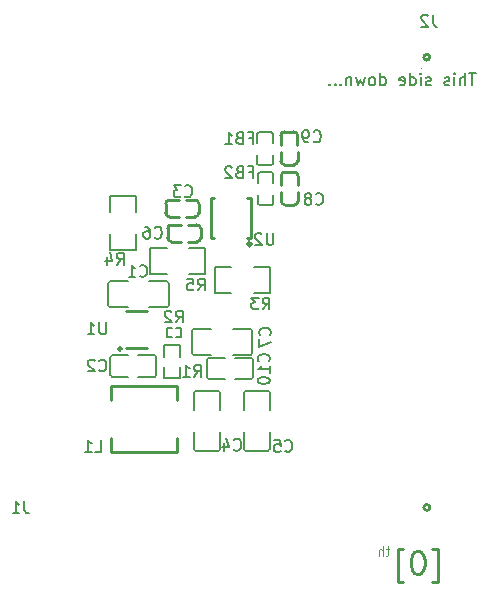
<source format=gbo>
G04 #@! TF.GenerationSoftware,KiCad,Pcbnew,7.0.5-0*
G04 #@! TF.CreationDate,2024-11-07T13:17:23-08:00*
G04 #@! TF.ProjectId,MilkVHat,4d696c6b-5648-4617-942e-6b696361645f,rev?*
G04 #@! TF.SameCoordinates,PX5f5e100PY5f5e100*
G04 #@! TF.FileFunction,Legend,Bot*
G04 #@! TF.FilePolarity,Positive*
%FSLAX46Y46*%
G04 Gerber Fmt 4.6, Leading zero omitted, Abs format (unit mm)*
G04 Created by KiCad (PCBNEW 7.0.5-0) date 2024-11-07 13:17:23*
%MOMM*%
%LPD*%
G01*
G04 APERTURE LIST*
%ADD10C,0.150000*%
%ADD11C,0.250000*%
%ADD12C,0.110000*%
%ADD13C,0.152400*%
%ADD14C,0.151994*%
%ADD15C,0.254000*%
%ADD16C,0.059995*%
%ADD17C,0.300000*%
G04 APERTURE END LIST*
D10*
X42856077Y44630181D02*
X42284649Y44630181D01*
X42570363Y43630181D02*
X42570363Y44630181D01*
X41951315Y43630181D02*
X41951315Y44630181D01*
X41522744Y43630181D02*
X41522744Y44153991D01*
X41522744Y44153991D02*
X41570363Y44249229D01*
X41570363Y44249229D02*
X41665601Y44296848D01*
X41665601Y44296848D02*
X41808458Y44296848D01*
X41808458Y44296848D02*
X41903696Y44249229D01*
X41903696Y44249229D02*
X41951315Y44201610D01*
X41046553Y43630181D02*
X41046553Y44296848D01*
X41046553Y44630181D02*
X41094172Y44582562D01*
X41094172Y44582562D02*
X41046553Y44534943D01*
X41046553Y44534943D02*
X40998934Y44582562D01*
X40998934Y44582562D02*
X41046553Y44630181D01*
X41046553Y44630181D02*
X41046553Y44534943D01*
X40617982Y43677800D02*
X40522744Y43630181D01*
X40522744Y43630181D02*
X40332268Y43630181D01*
X40332268Y43630181D02*
X40237030Y43677800D01*
X40237030Y43677800D02*
X40189411Y43773039D01*
X40189411Y43773039D02*
X40189411Y43820658D01*
X40189411Y43820658D02*
X40237030Y43915896D01*
X40237030Y43915896D02*
X40332268Y43963515D01*
X40332268Y43963515D02*
X40475125Y43963515D01*
X40475125Y43963515D02*
X40570363Y44011134D01*
X40570363Y44011134D02*
X40617982Y44106372D01*
X40617982Y44106372D02*
X40617982Y44153991D01*
X40617982Y44153991D02*
X40570363Y44249229D01*
X40570363Y44249229D02*
X40475125Y44296848D01*
X40475125Y44296848D02*
X40332268Y44296848D01*
X40332268Y44296848D02*
X40237030Y44249229D01*
X39046553Y43677800D02*
X38951315Y43630181D01*
X38951315Y43630181D02*
X38760839Y43630181D01*
X38760839Y43630181D02*
X38665601Y43677800D01*
X38665601Y43677800D02*
X38617982Y43773039D01*
X38617982Y43773039D02*
X38617982Y43820658D01*
X38617982Y43820658D02*
X38665601Y43915896D01*
X38665601Y43915896D02*
X38760839Y43963515D01*
X38760839Y43963515D02*
X38903696Y43963515D01*
X38903696Y43963515D02*
X38998934Y44011134D01*
X38998934Y44011134D02*
X39046553Y44106372D01*
X39046553Y44106372D02*
X39046553Y44153991D01*
X39046553Y44153991D02*
X38998934Y44249229D01*
X38998934Y44249229D02*
X38903696Y44296848D01*
X38903696Y44296848D02*
X38760839Y44296848D01*
X38760839Y44296848D02*
X38665601Y44249229D01*
X38189410Y43630181D02*
X38189410Y44296848D01*
X38189410Y44630181D02*
X38237029Y44582562D01*
X38237029Y44582562D02*
X38189410Y44534943D01*
X38189410Y44534943D02*
X38141791Y44582562D01*
X38141791Y44582562D02*
X38189410Y44630181D01*
X38189410Y44630181D02*
X38189410Y44534943D01*
X37284649Y43630181D02*
X37284649Y44630181D01*
X37284649Y43677800D02*
X37379887Y43630181D01*
X37379887Y43630181D02*
X37570363Y43630181D01*
X37570363Y43630181D02*
X37665601Y43677800D01*
X37665601Y43677800D02*
X37713220Y43725420D01*
X37713220Y43725420D02*
X37760839Y43820658D01*
X37760839Y43820658D02*
X37760839Y44106372D01*
X37760839Y44106372D02*
X37713220Y44201610D01*
X37713220Y44201610D02*
X37665601Y44249229D01*
X37665601Y44249229D02*
X37570363Y44296848D01*
X37570363Y44296848D02*
X37379887Y44296848D01*
X37379887Y44296848D02*
X37284649Y44249229D01*
X36427506Y43677800D02*
X36522744Y43630181D01*
X36522744Y43630181D02*
X36713220Y43630181D01*
X36713220Y43630181D02*
X36808458Y43677800D01*
X36808458Y43677800D02*
X36856077Y43773039D01*
X36856077Y43773039D02*
X36856077Y44153991D01*
X36856077Y44153991D02*
X36808458Y44249229D01*
X36808458Y44249229D02*
X36713220Y44296848D01*
X36713220Y44296848D02*
X36522744Y44296848D01*
X36522744Y44296848D02*
X36427506Y44249229D01*
X36427506Y44249229D02*
X36379887Y44153991D01*
X36379887Y44153991D02*
X36379887Y44058753D01*
X36379887Y44058753D02*
X36856077Y43963515D01*
X34760839Y43630181D02*
X34760839Y44630181D01*
X34760839Y43677800D02*
X34856077Y43630181D01*
X34856077Y43630181D02*
X35046553Y43630181D01*
X35046553Y43630181D02*
X35141791Y43677800D01*
X35141791Y43677800D02*
X35189410Y43725420D01*
X35189410Y43725420D02*
X35237029Y43820658D01*
X35237029Y43820658D02*
X35237029Y44106372D01*
X35237029Y44106372D02*
X35189410Y44201610D01*
X35189410Y44201610D02*
X35141791Y44249229D01*
X35141791Y44249229D02*
X35046553Y44296848D01*
X35046553Y44296848D02*
X34856077Y44296848D01*
X34856077Y44296848D02*
X34760839Y44249229D01*
X34141791Y43630181D02*
X34237029Y43677800D01*
X34237029Y43677800D02*
X34284648Y43725420D01*
X34284648Y43725420D02*
X34332267Y43820658D01*
X34332267Y43820658D02*
X34332267Y44106372D01*
X34332267Y44106372D02*
X34284648Y44201610D01*
X34284648Y44201610D02*
X34237029Y44249229D01*
X34237029Y44249229D02*
X34141791Y44296848D01*
X34141791Y44296848D02*
X33998934Y44296848D01*
X33998934Y44296848D02*
X33903696Y44249229D01*
X33903696Y44249229D02*
X33856077Y44201610D01*
X33856077Y44201610D02*
X33808458Y44106372D01*
X33808458Y44106372D02*
X33808458Y43820658D01*
X33808458Y43820658D02*
X33856077Y43725420D01*
X33856077Y43725420D02*
X33903696Y43677800D01*
X33903696Y43677800D02*
X33998934Y43630181D01*
X33998934Y43630181D02*
X34141791Y43630181D01*
X33475124Y44296848D02*
X33284648Y43630181D01*
X33284648Y43630181D02*
X33094172Y44106372D01*
X33094172Y44106372D02*
X32903696Y43630181D01*
X32903696Y43630181D02*
X32713220Y44296848D01*
X32332267Y44296848D02*
X32332267Y43630181D01*
X32332267Y44201610D02*
X32284648Y44249229D01*
X32284648Y44249229D02*
X32189410Y44296848D01*
X32189410Y44296848D02*
X32046553Y44296848D01*
X32046553Y44296848D02*
X31951315Y44249229D01*
X31951315Y44249229D02*
X31903696Y44153991D01*
X31903696Y44153991D02*
X31903696Y43630181D01*
X31427505Y43725420D02*
X31379886Y43677800D01*
X31379886Y43677800D02*
X31427505Y43630181D01*
X31427505Y43630181D02*
X31475124Y43677800D01*
X31475124Y43677800D02*
X31427505Y43725420D01*
X31427505Y43725420D02*
X31427505Y43630181D01*
X30951315Y43725420D02*
X30903696Y43677800D01*
X30903696Y43677800D02*
X30951315Y43630181D01*
X30951315Y43630181D02*
X30998934Y43677800D01*
X30998934Y43677800D02*
X30951315Y43725420D01*
X30951315Y43725420D02*
X30951315Y43630181D01*
X30475125Y43725420D02*
X30427506Y43677800D01*
X30427506Y43677800D02*
X30475125Y43630181D01*
X30475125Y43630181D02*
X30522744Y43677800D01*
X30522744Y43677800D02*
X30475125Y43725420D01*
X30475125Y43725420D02*
X30475125Y43630181D01*
D11*
X39183859Y1541096D02*
X39660050Y1541096D01*
X39660050Y1541096D02*
X39660050Y4398239D01*
X39660050Y4398239D02*
X39183859Y4398239D01*
X38041003Y4207762D02*
X37850526Y4207762D01*
X37850526Y4207762D02*
X37660050Y4112524D01*
X37660050Y4112524D02*
X37564812Y4017286D01*
X37564812Y4017286D02*
X37469574Y3826810D01*
X37469574Y3826810D02*
X37374336Y3445858D01*
X37374336Y3445858D02*
X37374336Y2969667D01*
X37374336Y2969667D02*
X37469574Y2588715D01*
X37469574Y2588715D02*
X37564812Y2398239D01*
X37564812Y2398239D02*
X37660050Y2303000D01*
X37660050Y2303000D02*
X37850526Y2207762D01*
X37850526Y2207762D02*
X38041003Y2207762D01*
X38041003Y2207762D02*
X38231479Y2303000D01*
X38231479Y2303000D02*
X38326717Y2398239D01*
X38326717Y2398239D02*
X38421955Y2588715D01*
X38421955Y2588715D02*
X38517193Y2969667D01*
X38517193Y2969667D02*
X38517193Y3445858D01*
X38517193Y3445858D02*
X38421955Y3826810D01*
X38421955Y3826810D02*
X38326717Y4017286D01*
X38326717Y4017286D02*
X38231479Y4112524D01*
X38231479Y4112524D02*
X38041003Y4207762D01*
X36707669Y1541096D02*
X36231479Y1541096D01*
X36231479Y1541096D02*
X36231479Y4398239D01*
X36231479Y4398239D02*
X36707669Y4398239D01*
D12*
X35547393Y4336959D02*
X35242631Y4336959D01*
X35433107Y4603625D02*
X35433107Y3917911D01*
X35433107Y3917911D02*
X35395012Y3841720D01*
X35395012Y3841720D02*
X35318822Y3803625D01*
X35318822Y3803625D02*
X35242631Y3803625D01*
X34975964Y3803625D02*
X34975964Y4603625D01*
X34633107Y3803625D02*
X34633107Y4222673D01*
X34633107Y4222673D02*
X34671202Y4298863D01*
X34671202Y4298863D02*
X34747393Y4336959D01*
X34747393Y4336959D02*
X34861679Y4336959D01*
X34861679Y4336959D02*
X34937869Y4298863D01*
X34937869Y4298863D02*
X34975964Y4260768D01*
D10*
X23683333Y39168990D02*
X24016666Y39168990D01*
X24016666Y38645180D02*
X24016666Y39645180D01*
X24016666Y39645180D02*
X23540476Y39645180D01*
X22826190Y39168990D02*
X22683333Y39121371D01*
X22683333Y39121371D02*
X22635714Y39073752D01*
X22635714Y39073752D02*
X22588095Y38978514D01*
X22588095Y38978514D02*
X22588095Y38835657D01*
X22588095Y38835657D02*
X22635714Y38740419D01*
X22635714Y38740419D02*
X22683333Y38692799D01*
X22683333Y38692799D02*
X22778571Y38645180D01*
X22778571Y38645180D02*
X23159523Y38645180D01*
X23159523Y38645180D02*
X23159523Y39645180D01*
X23159523Y39645180D02*
X22826190Y39645180D01*
X22826190Y39645180D02*
X22730952Y39597561D01*
X22730952Y39597561D02*
X22683333Y39549942D01*
X22683333Y39549942D02*
X22635714Y39454704D01*
X22635714Y39454704D02*
X22635714Y39359466D01*
X22635714Y39359466D02*
X22683333Y39264228D01*
X22683333Y39264228D02*
X22730952Y39216609D01*
X22730952Y39216609D02*
X22826190Y39168990D01*
X22826190Y39168990D02*
X23159523Y39168990D01*
X21635714Y38645180D02*
X22207142Y38645180D01*
X21921428Y38645180D02*
X21921428Y39645180D01*
X21921428Y39645180D02*
X22016666Y39502323D01*
X22016666Y39502323D02*
X22111904Y39407085D01*
X22111904Y39407085D02*
X22207142Y39359466D01*
X18216666Y34240419D02*
X18264285Y34192799D01*
X18264285Y34192799D02*
X18407142Y34145180D01*
X18407142Y34145180D02*
X18502380Y34145180D01*
X18502380Y34145180D02*
X18645237Y34192799D01*
X18645237Y34192799D02*
X18740475Y34288038D01*
X18740475Y34288038D02*
X18788094Y34383276D01*
X18788094Y34383276D02*
X18835713Y34573752D01*
X18835713Y34573752D02*
X18835713Y34716609D01*
X18835713Y34716609D02*
X18788094Y34907085D01*
X18788094Y34907085D02*
X18740475Y35002323D01*
X18740475Y35002323D02*
X18645237Y35097561D01*
X18645237Y35097561D02*
X18502380Y35145180D01*
X18502380Y35145180D02*
X18407142Y35145180D01*
X18407142Y35145180D02*
X18264285Y35097561D01*
X18264285Y35097561D02*
X18216666Y35049942D01*
X17883332Y35145180D02*
X17264285Y35145180D01*
X17264285Y35145180D02*
X17597618Y34764228D01*
X17597618Y34764228D02*
X17454761Y34764228D01*
X17454761Y34764228D02*
X17359523Y34716609D01*
X17359523Y34716609D02*
X17311904Y34668990D01*
X17311904Y34668990D02*
X17264285Y34573752D01*
X17264285Y34573752D02*
X17264285Y34335657D01*
X17264285Y34335657D02*
X17311904Y34240419D01*
X17311904Y34240419D02*
X17359523Y34192799D01*
X17359523Y34192799D02*
X17454761Y34145180D01*
X17454761Y34145180D02*
X17740475Y34145180D01*
X17740475Y34145180D02*
X17835713Y34192799D01*
X17835713Y34192799D02*
X17883332Y34240419D01*
X24816666Y24645180D02*
X25149999Y25121371D01*
X25388094Y24645180D02*
X25388094Y25645180D01*
X25388094Y25645180D02*
X25007142Y25645180D01*
X25007142Y25645180D02*
X24911904Y25597561D01*
X24911904Y25597561D02*
X24864285Y25549942D01*
X24864285Y25549942D02*
X24816666Y25454704D01*
X24816666Y25454704D02*
X24816666Y25311847D01*
X24816666Y25311847D02*
X24864285Y25216609D01*
X24864285Y25216609D02*
X24911904Y25168990D01*
X24911904Y25168990D02*
X25007142Y25121371D01*
X25007142Y25121371D02*
X25388094Y25121371D01*
X24483332Y25645180D02*
X23864285Y25645180D01*
X23864285Y25645180D02*
X24197618Y25264228D01*
X24197618Y25264228D02*
X24054761Y25264228D01*
X24054761Y25264228D02*
X23959523Y25216609D01*
X23959523Y25216609D02*
X23911904Y25168990D01*
X23911904Y25168990D02*
X23864285Y25073752D01*
X23864285Y25073752D02*
X23864285Y24835657D01*
X23864285Y24835657D02*
X23911904Y24740419D01*
X23911904Y24740419D02*
X23959523Y24692799D01*
X23959523Y24692799D02*
X24054761Y24645180D01*
X24054761Y24645180D02*
X24340475Y24645180D01*
X24340475Y24645180D02*
X24435713Y24692799D01*
X24435713Y24692799D02*
X24483332Y24740419D01*
X19016666Y18945181D02*
X19349999Y19421372D01*
X19588094Y18945181D02*
X19588094Y19945181D01*
X19588094Y19945181D02*
X19207142Y19945181D01*
X19207142Y19945181D02*
X19111904Y19897562D01*
X19111904Y19897562D02*
X19064285Y19849943D01*
X19064285Y19849943D02*
X19016666Y19754705D01*
X19016666Y19754705D02*
X19016666Y19611848D01*
X19016666Y19611848D02*
X19064285Y19516610D01*
X19064285Y19516610D02*
X19111904Y19468991D01*
X19111904Y19468991D02*
X19207142Y19421372D01*
X19207142Y19421372D02*
X19588094Y19421372D01*
X18064285Y18945181D02*
X18635713Y18945181D01*
X18349999Y18945181D02*
X18349999Y19945181D01*
X18349999Y19945181D02*
X18445237Y19802324D01*
X18445237Y19802324D02*
X18540475Y19707086D01*
X18540475Y19707086D02*
X18635713Y19659467D01*
X26716666Y12690420D02*
X26764285Y12642800D01*
X26764285Y12642800D02*
X26907142Y12595181D01*
X26907142Y12595181D02*
X27002380Y12595181D01*
X27002380Y12595181D02*
X27145237Y12642800D01*
X27145237Y12642800D02*
X27240475Y12738039D01*
X27240475Y12738039D02*
X27288094Y12833277D01*
X27288094Y12833277D02*
X27335713Y13023753D01*
X27335713Y13023753D02*
X27335713Y13166610D01*
X27335713Y13166610D02*
X27288094Y13357086D01*
X27288094Y13357086D02*
X27240475Y13452324D01*
X27240475Y13452324D02*
X27145237Y13547562D01*
X27145237Y13547562D02*
X27002380Y13595181D01*
X27002380Y13595181D02*
X26907142Y13595181D01*
X26907142Y13595181D02*
X26764285Y13547562D01*
X26764285Y13547562D02*
X26716666Y13499943D01*
X25811904Y13595181D02*
X26288094Y13595181D01*
X26288094Y13595181D02*
X26335713Y13118991D01*
X26335713Y13118991D02*
X26288094Y13166610D01*
X26288094Y13166610D02*
X26192856Y13214229D01*
X26192856Y13214229D02*
X25954761Y13214229D01*
X25954761Y13214229D02*
X25859523Y13166610D01*
X25859523Y13166610D02*
X25811904Y13118991D01*
X25811904Y13118991D02*
X25764285Y13023753D01*
X25764285Y13023753D02*
X25764285Y12785658D01*
X25764285Y12785658D02*
X25811904Y12690420D01*
X25811904Y12690420D02*
X25859523Y12642800D01*
X25859523Y12642800D02*
X25954761Y12595181D01*
X25954761Y12595181D02*
X26192856Y12595181D01*
X26192856Y12595181D02*
X26288094Y12642800D01*
X26288094Y12642800D02*
X26335713Y12690420D01*
X10966666Y19490419D02*
X11014285Y19442799D01*
X11014285Y19442799D02*
X11157142Y19395180D01*
X11157142Y19395180D02*
X11252380Y19395180D01*
X11252380Y19395180D02*
X11395237Y19442799D01*
X11395237Y19442799D02*
X11490475Y19538038D01*
X11490475Y19538038D02*
X11538094Y19633276D01*
X11538094Y19633276D02*
X11585713Y19823752D01*
X11585713Y19823752D02*
X11585713Y19966609D01*
X11585713Y19966609D02*
X11538094Y20157085D01*
X11538094Y20157085D02*
X11490475Y20252323D01*
X11490475Y20252323D02*
X11395237Y20347561D01*
X11395237Y20347561D02*
X11252380Y20395180D01*
X11252380Y20395180D02*
X11157142Y20395180D01*
X11157142Y20395180D02*
X11014285Y20347561D01*
X11014285Y20347561D02*
X10966666Y20299942D01*
X10585713Y20299942D02*
X10538094Y20347561D01*
X10538094Y20347561D02*
X10442856Y20395180D01*
X10442856Y20395180D02*
X10204761Y20395180D01*
X10204761Y20395180D02*
X10109523Y20347561D01*
X10109523Y20347561D02*
X10061904Y20299942D01*
X10061904Y20299942D02*
X10014285Y20204704D01*
X10014285Y20204704D02*
X10014285Y20109466D01*
X10014285Y20109466D02*
X10061904Y19966609D01*
X10061904Y19966609D02*
X10633332Y19395180D01*
X10633332Y19395180D02*
X10014285Y19395180D01*
X10616666Y12595180D02*
X11092856Y12595180D01*
X11092856Y12595180D02*
X11092856Y13595180D01*
X9759523Y12595180D02*
X10330951Y12595180D01*
X10045237Y12595180D02*
X10045237Y13595180D01*
X10045237Y13595180D02*
X10140475Y13452323D01*
X10140475Y13452323D02*
X10235713Y13357085D01*
X10235713Y13357085D02*
X10330951Y13309466D01*
X25309580Y20242858D02*
X25357200Y20290477D01*
X25357200Y20290477D02*
X25404819Y20433334D01*
X25404819Y20433334D02*
X25404819Y20528572D01*
X25404819Y20528572D02*
X25357200Y20671429D01*
X25357200Y20671429D02*
X25261961Y20766667D01*
X25261961Y20766667D02*
X25166723Y20814286D01*
X25166723Y20814286D02*
X24976247Y20861905D01*
X24976247Y20861905D02*
X24833390Y20861905D01*
X24833390Y20861905D02*
X24642914Y20814286D01*
X24642914Y20814286D02*
X24547676Y20766667D01*
X24547676Y20766667D02*
X24452438Y20671429D01*
X24452438Y20671429D02*
X24404819Y20528572D01*
X24404819Y20528572D02*
X24404819Y20433334D01*
X24404819Y20433334D02*
X24452438Y20290477D01*
X24452438Y20290477D02*
X24500057Y20242858D01*
X25404819Y19290477D02*
X25404819Y19861905D01*
X25404819Y19576191D02*
X24404819Y19576191D01*
X24404819Y19576191D02*
X24547676Y19671429D01*
X24547676Y19671429D02*
X24642914Y19766667D01*
X24642914Y19766667D02*
X24690533Y19861905D01*
X24404819Y18671429D02*
X24404819Y18576191D01*
X24404819Y18576191D02*
X24452438Y18480953D01*
X24452438Y18480953D02*
X24500057Y18433334D01*
X24500057Y18433334D02*
X24595295Y18385715D01*
X24595295Y18385715D02*
X24785771Y18338096D01*
X24785771Y18338096D02*
X25023866Y18338096D01*
X25023866Y18338096D02*
X25214342Y18385715D01*
X25214342Y18385715D02*
X25309580Y18433334D01*
X25309580Y18433334D02*
X25357200Y18480953D01*
X25357200Y18480953D02*
X25404819Y18576191D01*
X25404819Y18576191D02*
X25404819Y18671429D01*
X25404819Y18671429D02*
X25357200Y18766667D01*
X25357200Y18766667D02*
X25309580Y18814286D01*
X25309580Y18814286D02*
X25214342Y18861905D01*
X25214342Y18861905D02*
X25023866Y18909524D01*
X25023866Y18909524D02*
X24785771Y18909524D01*
X24785771Y18909524D02*
X24595295Y18861905D01*
X24595295Y18861905D02*
X24500057Y18814286D01*
X24500057Y18814286D02*
X24452438Y18766667D01*
X24452438Y18766667D02*
X24404819Y18671429D01*
X11561904Y23545180D02*
X11561904Y22735657D01*
X11561904Y22735657D02*
X11514285Y22640419D01*
X11514285Y22640419D02*
X11466666Y22592799D01*
X11466666Y22592799D02*
X11371428Y22545180D01*
X11371428Y22545180D02*
X11180952Y22545180D01*
X11180952Y22545180D02*
X11085714Y22592799D01*
X11085714Y22592799D02*
X11038095Y22640419D01*
X11038095Y22640419D02*
X10990476Y22735657D01*
X10990476Y22735657D02*
X10990476Y23545180D01*
X9990476Y22545180D02*
X10561904Y22545180D01*
X10276190Y22545180D02*
X10276190Y23545180D01*
X10276190Y23545180D02*
X10371428Y23402323D01*
X10371428Y23402323D02*
X10466666Y23307085D01*
X10466666Y23307085D02*
X10561904Y23259466D01*
X25711904Y31095180D02*
X25711904Y30285657D01*
X25711904Y30285657D02*
X25664285Y30190419D01*
X25664285Y30190419D02*
X25616666Y30142799D01*
X25616666Y30142799D02*
X25521428Y30095180D01*
X25521428Y30095180D02*
X25330952Y30095180D01*
X25330952Y30095180D02*
X25235714Y30142799D01*
X25235714Y30142799D02*
X25188095Y30190419D01*
X25188095Y30190419D02*
X25140476Y30285657D01*
X25140476Y30285657D02*
X25140476Y31095180D01*
X24711904Y30999942D02*
X24664285Y31047561D01*
X24664285Y31047561D02*
X24569047Y31095180D01*
X24569047Y31095180D02*
X24330952Y31095180D01*
X24330952Y31095180D02*
X24235714Y31047561D01*
X24235714Y31047561D02*
X24188095Y30999942D01*
X24188095Y30999942D02*
X24140476Y30904704D01*
X24140476Y30904704D02*
X24140476Y30809466D01*
X24140476Y30809466D02*
X24188095Y30666609D01*
X24188095Y30666609D02*
X24759523Y30095180D01*
X24759523Y30095180D02*
X24140476Y30095180D01*
X39233333Y49595181D02*
X39233333Y48880896D01*
X39233333Y48880896D02*
X39280952Y48738039D01*
X39280952Y48738039D02*
X39376190Y48642800D01*
X39376190Y48642800D02*
X39519047Y48595181D01*
X39519047Y48595181D02*
X39614285Y48595181D01*
X38804761Y49499943D02*
X38757142Y49547562D01*
X38757142Y49547562D02*
X38661904Y49595181D01*
X38661904Y49595181D02*
X38423809Y49595181D01*
X38423809Y49595181D02*
X38328571Y49547562D01*
X38328571Y49547562D02*
X38280952Y49499943D01*
X38280952Y49499943D02*
X38233333Y49404705D01*
X38233333Y49404705D02*
X38233333Y49309467D01*
X38233333Y49309467D02*
X38280952Y49166610D01*
X38280952Y49166610D02*
X38852380Y48595181D01*
X38852380Y48595181D02*
X38233333Y48595181D01*
X23683333Y36268990D02*
X24016666Y36268990D01*
X24016666Y35745180D02*
X24016666Y36745180D01*
X24016666Y36745180D02*
X23540476Y36745180D01*
X22826190Y36268990D02*
X22683333Y36221371D01*
X22683333Y36221371D02*
X22635714Y36173752D01*
X22635714Y36173752D02*
X22588095Y36078514D01*
X22588095Y36078514D02*
X22588095Y35935657D01*
X22588095Y35935657D02*
X22635714Y35840419D01*
X22635714Y35840419D02*
X22683333Y35792799D01*
X22683333Y35792799D02*
X22778571Y35745180D01*
X22778571Y35745180D02*
X23159523Y35745180D01*
X23159523Y35745180D02*
X23159523Y36745180D01*
X23159523Y36745180D02*
X22826190Y36745180D01*
X22826190Y36745180D02*
X22730952Y36697561D01*
X22730952Y36697561D02*
X22683333Y36649942D01*
X22683333Y36649942D02*
X22635714Y36554704D01*
X22635714Y36554704D02*
X22635714Y36459466D01*
X22635714Y36459466D02*
X22683333Y36364228D01*
X22683333Y36364228D02*
X22730952Y36316609D01*
X22730952Y36316609D02*
X22826190Y36268990D01*
X22826190Y36268990D02*
X23159523Y36268990D01*
X22207142Y36649942D02*
X22159523Y36697561D01*
X22159523Y36697561D02*
X22064285Y36745180D01*
X22064285Y36745180D02*
X21826190Y36745180D01*
X21826190Y36745180D02*
X21730952Y36697561D01*
X21730952Y36697561D02*
X21683333Y36649942D01*
X21683333Y36649942D02*
X21635714Y36554704D01*
X21635714Y36554704D02*
X21635714Y36459466D01*
X21635714Y36459466D02*
X21683333Y36316609D01*
X21683333Y36316609D02*
X22254761Y35745180D01*
X22254761Y35745180D02*
X21635714Y35745180D01*
X29116666Y38890420D02*
X29164285Y38842800D01*
X29164285Y38842800D02*
X29307142Y38795181D01*
X29307142Y38795181D02*
X29402380Y38795181D01*
X29402380Y38795181D02*
X29545237Y38842800D01*
X29545237Y38842800D02*
X29640475Y38938039D01*
X29640475Y38938039D02*
X29688094Y39033277D01*
X29688094Y39033277D02*
X29735713Y39223753D01*
X29735713Y39223753D02*
X29735713Y39366610D01*
X29735713Y39366610D02*
X29688094Y39557086D01*
X29688094Y39557086D02*
X29640475Y39652324D01*
X29640475Y39652324D02*
X29545237Y39747562D01*
X29545237Y39747562D02*
X29402380Y39795181D01*
X29402380Y39795181D02*
X29307142Y39795181D01*
X29307142Y39795181D02*
X29164285Y39747562D01*
X29164285Y39747562D02*
X29116666Y39699943D01*
X28640475Y38795181D02*
X28449999Y38795181D01*
X28449999Y38795181D02*
X28354761Y38842800D01*
X28354761Y38842800D02*
X28307142Y38890420D01*
X28307142Y38890420D02*
X28211904Y39033277D01*
X28211904Y39033277D02*
X28164285Y39223753D01*
X28164285Y39223753D02*
X28164285Y39604705D01*
X28164285Y39604705D02*
X28211904Y39699943D01*
X28211904Y39699943D02*
X28259523Y39747562D01*
X28259523Y39747562D02*
X28354761Y39795181D01*
X28354761Y39795181D02*
X28545237Y39795181D01*
X28545237Y39795181D02*
X28640475Y39747562D01*
X28640475Y39747562D02*
X28688094Y39699943D01*
X28688094Y39699943D02*
X28735713Y39604705D01*
X28735713Y39604705D02*
X28735713Y39366610D01*
X28735713Y39366610D02*
X28688094Y39271372D01*
X28688094Y39271372D02*
X28640475Y39223753D01*
X28640475Y39223753D02*
X28545237Y39176134D01*
X28545237Y39176134D02*
X28354761Y39176134D01*
X28354761Y39176134D02*
X28259523Y39223753D01*
X28259523Y39223753D02*
X28211904Y39271372D01*
X28211904Y39271372D02*
X28164285Y39366610D01*
X25409580Y22466667D02*
X25457200Y22514286D01*
X25457200Y22514286D02*
X25504819Y22657143D01*
X25504819Y22657143D02*
X25504819Y22752381D01*
X25504819Y22752381D02*
X25457200Y22895238D01*
X25457200Y22895238D02*
X25361961Y22990476D01*
X25361961Y22990476D02*
X25266723Y23038095D01*
X25266723Y23038095D02*
X25076247Y23085714D01*
X25076247Y23085714D02*
X24933390Y23085714D01*
X24933390Y23085714D02*
X24742914Y23038095D01*
X24742914Y23038095D02*
X24647676Y22990476D01*
X24647676Y22990476D02*
X24552438Y22895238D01*
X24552438Y22895238D02*
X24504819Y22752381D01*
X24504819Y22752381D02*
X24504819Y22657143D01*
X24504819Y22657143D02*
X24552438Y22514286D01*
X24552438Y22514286D02*
X24600057Y22466667D01*
X24504819Y22133333D02*
X24504819Y21466667D01*
X24504819Y21466667D02*
X25504819Y21895238D01*
X22366666Y12790420D02*
X22414285Y12742800D01*
X22414285Y12742800D02*
X22557142Y12695181D01*
X22557142Y12695181D02*
X22652380Y12695181D01*
X22652380Y12695181D02*
X22795237Y12742800D01*
X22795237Y12742800D02*
X22890475Y12838039D01*
X22890475Y12838039D02*
X22938094Y12933277D01*
X22938094Y12933277D02*
X22985713Y13123753D01*
X22985713Y13123753D02*
X22985713Y13266610D01*
X22985713Y13266610D02*
X22938094Y13457086D01*
X22938094Y13457086D02*
X22890475Y13552324D01*
X22890475Y13552324D02*
X22795237Y13647562D01*
X22795237Y13647562D02*
X22652380Y13695181D01*
X22652380Y13695181D02*
X22557142Y13695181D01*
X22557142Y13695181D02*
X22414285Y13647562D01*
X22414285Y13647562D02*
X22366666Y13599943D01*
X21509523Y13361848D02*
X21509523Y12695181D01*
X21747618Y13742800D02*
X21985713Y13028515D01*
X21985713Y13028515D02*
X21366666Y13028515D01*
X12466666Y28445180D02*
X12799999Y28921371D01*
X13038094Y28445180D02*
X13038094Y29445180D01*
X13038094Y29445180D02*
X12657142Y29445180D01*
X12657142Y29445180D02*
X12561904Y29397561D01*
X12561904Y29397561D02*
X12514285Y29349942D01*
X12514285Y29349942D02*
X12466666Y29254704D01*
X12466666Y29254704D02*
X12466666Y29111847D01*
X12466666Y29111847D02*
X12514285Y29016609D01*
X12514285Y29016609D02*
X12561904Y28968990D01*
X12561904Y28968990D02*
X12657142Y28921371D01*
X12657142Y28921371D02*
X13038094Y28921371D01*
X11609523Y29111847D02*
X11609523Y28445180D01*
X11847618Y29492799D02*
X12085713Y28778514D01*
X12085713Y28778514D02*
X11466666Y28778514D01*
X17466666Y23545180D02*
X17799999Y24021371D01*
X18038094Y23545180D02*
X18038094Y24545180D01*
X18038094Y24545180D02*
X17657142Y24545180D01*
X17657142Y24545180D02*
X17561904Y24497561D01*
X17561904Y24497561D02*
X17514285Y24449942D01*
X17514285Y24449942D02*
X17466666Y24354704D01*
X17466666Y24354704D02*
X17466666Y24211847D01*
X17466666Y24211847D02*
X17514285Y24116609D01*
X17514285Y24116609D02*
X17561904Y24068990D01*
X17561904Y24068990D02*
X17657142Y24021371D01*
X17657142Y24021371D02*
X18038094Y24021371D01*
X17085713Y24449942D02*
X17038094Y24497561D01*
X17038094Y24497561D02*
X16942856Y24545180D01*
X16942856Y24545180D02*
X16704761Y24545180D01*
X16704761Y24545180D02*
X16609523Y24497561D01*
X16609523Y24497561D02*
X16561904Y24449942D01*
X16561904Y24449942D02*
X16514285Y24354704D01*
X16514285Y24354704D02*
X16514285Y24259466D01*
X16514285Y24259466D02*
X16561904Y24116609D01*
X16561904Y24116609D02*
X17133332Y23545180D01*
X17133332Y23545180D02*
X16514285Y23545180D01*
X19316666Y26245180D02*
X19649999Y26721371D01*
X19888094Y26245180D02*
X19888094Y27245180D01*
X19888094Y27245180D02*
X19507142Y27245180D01*
X19507142Y27245180D02*
X19411904Y27197561D01*
X19411904Y27197561D02*
X19364285Y27149942D01*
X19364285Y27149942D02*
X19316666Y27054704D01*
X19316666Y27054704D02*
X19316666Y26911847D01*
X19316666Y26911847D02*
X19364285Y26816609D01*
X19364285Y26816609D02*
X19411904Y26768990D01*
X19411904Y26768990D02*
X19507142Y26721371D01*
X19507142Y26721371D02*
X19888094Y26721371D01*
X18411904Y27245180D02*
X18888094Y27245180D01*
X18888094Y27245180D02*
X18935713Y26768990D01*
X18935713Y26768990D02*
X18888094Y26816609D01*
X18888094Y26816609D02*
X18792856Y26864228D01*
X18792856Y26864228D02*
X18554761Y26864228D01*
X18554761Y26864228D02*
X18459523Y26816609D01*
X18459523Y26816609D02*
X18411904Y26768990D01*
X18411904Y26768990D02*
X18364285Y26673752D01*
X18364285Y26673752D02*
X18364285Y26435657D01*
X18364285Y26435657D02*
X18411904Y26340419D01*
X18411904Y26340419D02*
X18459523Y26292799D01*
X18459523Y26292799D02*
X18554761Y26245180D01*
X18554761Y26245180D02*
X18792856Y26245180D01*
X18792856Y26245180D02*
X18888094Y26292799D01*
X18888094Y26292799D02*
X18935713Y26340419D01*
X15666666Y30740419D02*
X15714285Y30692799D01*
X15714285Y30692799D02*
X15857142Y30645180D01*
X15857142Y30645180D02*
X15952380Y30645180D01*
X15952380Y30645180D02*
X16095237Y30692799D01*
X16095237Y30692799D02*
X16190475Y30788038D01*
X16190475Y30788038D02*
X16238094Y30883276D01*
X16238094Y30883276D02*
X16285713Y31073752D01*
X16285713Y31073752D02*
X16285713Y31216609D01*
X16285713Y31216609D02*
X16238094Y31407085D01*
X16238094Y31407085D02*
X16190475Y31502323D01*
X16190475Y31502323D02*
X16095237Y31597561D01*
X16095237Y31597561D02*
X15952380Y31645180D01*
X15952380Y31645180D02*
X15857142Y31645180D01*
X15857142Y31645180D02*
X15714285Y31597561D01*
X15714285Y31597561D02*
X15666666Y31549942D01*
X14809523Y31645180D02*
X14999999Y31645180D01*
X14999999Y31645180D02*
X15095237Y31597561D01*
X15095237Y31597561D02*
X15142856Y31549942D01*
X15142856Y31549942D02*
X15238094Y31407085D01*
X15238094Y31407085D02*
X15285713Y31216609D01*
X15285713Y31216609D02*
X15285713Y30835657D01*
X15285713Y30835657D02*
X15238094Y30740419D01*
X15238094Y30740419D02*
X15190475Y30692799D01*
X15190475Y30692799D02*
X15095237Y30645180D01*
X15095237Y30645180D02*
X14904761Y30645180D01*
X14904761Y30645180D02*
X14809523Y30692799D01*
X14809523Y30692799D02*
X14761904Y30740419D01*
X14761904Y30740419D02*
X14714285Y30835657D01*
X14714285Y30835657D02*
X14714285Y31073752D01*
X14714285Y31073752D02*
X14761904Y31168990D01*
X14761904Y31168990D02*
X14809523Y31216609D01*
X14809523Y31216609D02*
X14904761Y31264228D01*
X14904761Y31264228D02*
X15095237Y31264228D01*
X15095237Y31264228D02*
X15190475Y31216609D01*
X15190475Y31216609D02*
X15238094Y31168990D01*
X15238094Y31168990D02*
X15285713Y31073752D01*
X4633333Y8395181D02*
X4633333Y7680896D01*
X4633333Y7680896D02*
X4680952Y7538039D01*
X4680952Y7538039D02*
X4776190Y7442800D01*
X4776190Y7442800D02*
X4919047Y7395181D01*
X4919047Y7395181D02*
X5014285Y7395181D01*
X3633333Y7395181D02*
X4204761Y7395181D01*
X3919047Y7395181D02*
X3919047Y8395181D01*
X3919047Y8395181D02*
X4014285Y8252324D01*
X4014285Y8252324D02*
X4109523Y8157086D01*
X4109523Y8157086D02*
X4204761Y8109467D01*
X14416666Y27490419D02*
X14464285Y27442799D01*
X14464285Y27442799D02*
X14607142Y27395180D01*
X14607142Y27395180D02*
X14702380Y27395180D01*
X14702380Y27395180D02*
X14845237Y27442799D01*
X14845237Y27442799D02*
X14940475Y27538038D01*
X14940475Y27538038D02*
X14988094Y27633276D01*
X14988094Y27633276D02*
X15035713Y27823752D01*
X15035713Y27823752D02*
X15035713Y27966609D01*
X15035713Y27966609D02*
X14988094Y28157085D01*
X14988094Y28157085D02*
X14940475Y28252323D01*
X14940475Y28252323D02*
X14845237Y28347561D01*
X14845237Y28347561D02*
X14702380Y28395180D01*
X14702380Y28395180D02*
X14607142Y28395180D01*
X14607142Y28395180D02*
X14464285Y28347561D01*
X14464285Y28347561D02*
X14416666Y28299942D01*
X13464285Y27395180D02*
X14035713Y27395180D01*
X13749999Y27395180D02*
X13749999Y28395180D01*
X13749999Y28395180D02*
X13845237Y28252323D01*
X13845237Y28252323D02*
X13940475Y28157085D01*
X13940475Y28157085D02*
X14035713Y28109466D01*
X29316666Y33590419D02*
X29364285Y33542799D01*
X29364285Y33542799D02*
X29507142Y33495180D01*
X29507142Y33495180D02*
X29602380Y33495180D01*
X29602380Y33495180D02*
X29745237Y33542799D01*
X29745237Y33542799D02*
X29840475Y33638038D01*
X29840475Y33638038D02*
X29888094Y33733276D01*
X29888094Y33733276D02*
X29935713Y33923752D01*
X29935713Y33923752D02*
X29935713Y34066609D01*
X29935713Y34066609D02*
X29888094Y34257085D01*
X29888094Y34257085D02*
X29840475Y34352323D01*
X29840475Y34352323D02*
X29745237Y34447561D01*
X29745237Y34447561D02*
X29602380Y34495180D01*
X29602380Y34495180D02*
X29507142Y34495180D01*
X29507142Y34495180D02*
X29364285Y34447561D01*
X29364285Y34447561D02*
X29316666Y34399942D01*
X28745237Y34066609D02*
X28840475Y34114228D01*
X28840475Y34114228D02*
X28888094Y34161847D01*
X28888094Y34161847D02*
X28935713Y34257085D01*
X28935713Y34257085D02*
X28935713Y34304704D01*
X28935713Y34304704D02*
X28888094Y34399942D01*
X28888094Y34399942D02*
X28840475Y34447561D01*
X28840475Y34447561D02*
X28745237Y34495180D01*
X28745237Y34495180D02*
X28554761Y34495180D01*
X28554761Y34495180D02*
X28459523Y34447561D01*
X28459523Y34447561D02*
X28411904Y34399942D01*
X28411904Y34399942D02*
X28364285Y34304704D01*
X28364285Y34304704D02*
X28364285Y34257085D01*
X28364285Y34257085D02*
X28411904Y34161847D01*
X28411904Y34161847D02*
X28459523Y34114228D01*
X28459523Y34114228D02*
X28554761Y34066609D01*
X28554761Y34066609D02*
X28745237Y34066609D01*
X28745237Y34066609D02*
X28840475Y34018990D01*
X28840475Y34018990D02*
X28888094Y33971371D01*
X28888094Y33971371D02*
X28935713Y33876133D01*
X28935713Y33876133D02*
X28935713Y33685657D01*
X28935713Y33685657D02*
X28888094Y33590419D01*
X28888094Y33590419D02*
X28840475Y33542799D01*
X28840475Y33542799D02*
X28745237Y33495180D01*
X28745237Y33495180D02*
X28554761Y33495180D01*
X28554761Y33495180D02*
X28459523Y33542799D01*
X28459523Y33542799D02*
X28411904Y33590419D01*
X28411904Y33590419D02*
X28364285Y33685657D01*
X28364285Y33685657D02*
X28364285Y33876133D01*
X28364285Y33876133D02*
X28411904Y33971371D01*
X28411904Y33971371D02*
X28459523Y34018990D01*
X28459523Y34018990D02*
X28554761Y34066609D01*
D13*
X25524009Y39674104D02*
X24507576Y39674104D01*
X24507576Y39674104D02*
X24355150Y39521678D01*
X25676359Y39521678D02*
X25524009Y39674104D01*
D14*
X25676359Y39521678D02*
X25676359Y38759676D01*
X24355150Y39521678D02*
X24355150Y38759676D01*
X25676359Y36991655D02*
X25676359Y37753657D01*
X24355150Y36991655D02*
X24355150Y37753657D01*
D13*
X24355150Y36991655D02*
X24507576Y36839356D01*
X25524009Y36839356D02*
X25676359Y36991655D01*
X24507576Y36839356D02*
X25524009Y36839356D01*
D15*
X16594539Y32794386D02*
X16594539Y33594360D01*
X17704369Y33904165D02*
X16904369Y33904165D01*
X17704369Y32484556D02*
X16904369Y32484556D01*
X18280264Y33910032D02*
X19080239Y33910032D01*
X18280264Y32490372D02*
X19080239Y32490372D01*
X19390018Y32800228D02*
X19390018Y33600253D01*
X16904318Y33904215D02*
G75*
G03*
X16594489Y33594361I1J-309830D01*
G01*
X16594488Y32794386D02*
G75*
G03*
X16904318Y32484556I309830J0D01*
G01*
X19390033Y33600202D02*
G75*
G03*
X19080188Y33910032I-309833J-3D01*
G01*
X19080188Y32490371D02*
G75*
G03*
X19390018Y32800227I-8J309838D01*
G01*
D13*
X20788875Y28229095D02*
X20788875Y26070903D01*
X20788875Y26070903D02*
X22148793Y26070903D01*
X22148793Y28229095D02*
X20788875Y28229095D01*
X24051207Y28229095D02*
X25411125Y28229095D01*
X25411125Y28229095D02*
X25411125Y26070903D01*
X25411125Y26070903D02*
X24051207Y26070903D01*
X16464395Y18839909D02*
X17785605Y18839909D01*
X17785605Y18839909D02*
X17785605Y19798786D01*
X16464395Y19798786D02*
X16464395Y18839909D01*
X16464395Y20651212D02*
X16464395Y21610089D01*
X16464395Y21610089D02*
X17785605Y21610089D01*
X17785605Y21610089D02*
X17785605Y20651212D01*
X23359792Y12636398D02*
X25240208Y12636398D01*
X25392609Y12788799D02*
X25392609Y14273787D01*
X23207391Y14273787D02*
X23207391Y12788799D01*
X23207391Y16126213D02*
X23207391Y17611201D01*
X25392609Y17611201D02*
X25392609Y16126213D01*
X23359792Y17763602D02*
X25240208Y17763602D01*
X23207391Y12788799D02*
G75*
G03*
X23359792Y12636398I152400J-1D01*
G01*
X25240208Y12636398D02*
G75*
G03*
X25392609Y12788799I1J152400D01*
G01*
X23359792Y17763609D02*
G75*
G03*
X23207391Y17611201I8J-152409D01*
G01*
X25392602Y17611201D02*
G75*
G03*
X25240208Y17763602I-152402J-1D01*
G01*
X11886385Y20612122D02*
X11886385Y19109708D01*
X12038786Y18957308D02*
X13448793Y18957308D01*
X13448793Y20764522D02*
X12038786Y20764522D01*
X14251181Y20764522D02*
X15661188Y20764522D01*
X15661188Y18957308D02*
X14251181Y18957308D01*
X15813589Y20612122D02*
X15813589Y19109708D01*
X12038786Y20764522D02*
G75*
G03*
X11886386Y20612122I0J-152400D01*
G01*
X11886385Y19109708D02*
G75*
G03*
X12038786Y18957307I152400J-1D01*
G01*
X15813595Y20612122D02*
G75*
G03*
X15661188Y20764523I-152408J-7D01*
G01*
X15661188Y18957314D02*
G75*
G03*
X15813588Y19109708I-1J152401D01*
G01*
D15*
X11930994Y18144005D02*
X11930994Y17636004D01*
X11930994Y17764147D02*
X11930994Y16981139D01*
X11930994Y13718859D02*
X11930994Y13118859D01*
X11930994Y13118859D02*
X11930994Y12555993D01*
X11930994Y12555993D02*
X17519006Y12555993D01*
X17519006Y18144005D02*
X11930994Y18144005D01*
X17519006Y17581139D02*
X17519006Y18144005D01*
X17519006Y16981139D02*
X17519006Y17581139D01*
X17519006Y13063994D02*
X17519006Y13718859D01*
X17519006Y12555993D02*
X17519006Y13063994D01*
D16*
X12009989Y17940042D02*
G75*
G03*
X12009989Y17940042I-29972J0D01*
G01*
D13*
X20086398Y20401207D02*
X20086398Y18898793D01*
X20238799Y18746393D02*
X21648806Y18746393D01*
X21648806Y20553607D02*
X20238799Y20553607D01*
X22451194Y20553607D02*
X23861201Y20553607D01*
X23861201Y18746393D02*
X22451194Y18746393D01*
X24013602Y20401207D02*
X24013602Y18898793D01*
X20238799Y20553607D02*
G75*
G03*
X20086399Y20401207I0J-152400D01*
G01*
X20086398Y18898793D02*
G75*
G03*
X20238799Y18746392I152400J-1D01*
G01*
X24013608Y20401207D02*
G75*
G03*
X23861201Y20553608I-152408J-7D01*
G01*
X23861201Y18746399D02*
G75*
G03*
X24013601Y18898793I-1J152401D01*
G01*
D15*
X15025000Y21399885D02*
X13224975Y21399885D01*
X15025000Y24499910D02*
X13224975Y24499910D01*
X12854997Y21298996D02*
G75*
G03*
X12854997Y21298996I-127000J0D01*
G01*
D16*
X12754973Y21499986D02*
G75*
G03*
X12754973Y21499986I-29998J0D01*
G01*
D15*
X23818231Y30677310D02*
X23811551Y30670630D01*
X23818231Y34052850D02*
X23818231Y30677310D01*
X23811551Y30670630D02*
X23476448Y30670630D01*
X23784830Y34059530D02*
X23804870Y34039490D01*
X23476448Y34059530D02*
X23784830Y34059530D01*
X20699968Y30670630D02*
X20429331Y30670630D01*
X20429331Y30670630D02*
X20429331Y34059530D01*
X20429331Y34059530D02*
X20699943Y34059530D01*
D17*
X23847669Y30183051D02*
G75*
G03*
X23847669Y30183051I-150114J0D01*
G01*
D15*
X38966034Y46000869D02*
G75*
G03*
X38966034Y46000869I-254000J0D01*
G01*
D16*
X38234030Y45024872D02*
G75*
G03*
X38234030Y45024872I-29997J0D01*
G01*
D13*
X24550991Y33450894D02*
X25567424Y33450894D01*
X25567424Y33450894D02*
X25719850Y33603320D01*
X24398641Y33603320D02*
X24550991Y33450894D01*
D14*
X24398641Y33603320D02*
X24398641Y34365322D01*
X25719850Y33603320D02*
X25719850Y34365322D01*
X24398641Y36133343D02*
X24398641Y35371341D01*
X25719850Y36133343D02*
X25719850Y35371341D01*
D13*
X25719850Y36133343D02*
X25567424Y36285642D01*
X24550991Y36285642D02*
X24398641Y36133343D01*
X25567424Y36285642D02*
X24550991Y36285642D01*
D15*
X27455613Y36894538D02*
X26655639Y36894538D01*
X26345834Y38004368D02*
X26345834Y37204368D01*
X27765443Y38004368D02*
X27765443Y37204368D01*
X26339967Y38580263D02*
X26339967Y39380238D01*
X27759627Y38580263D02*
X27759627Y39380238D01*
X27449771Y39690017D02*
X26649746Y39690017D01*
X26345784Y37204317D02*
G75*
G03*
X26655638Y36894488I309830J1D01*
G01*
X27455613Y36894487D02*
G75*
G03*
X27765443Y37204317I0J309830D01*
G01*
X26649797Y39690032D02*
G75*
G03*
X26339967Y39380187I3J-309833D01*
G01*
X27759628Y39380187D02*
G75*
G03*
X27449772Y39690017I-309838J-8D01*
G01*
D13*
X18811398Y22840207D02*
X18811398Y20959791D01*
X18963799Y20807390D02*
X20448787Y20807390D01*
X20448787Y22992608D02*
X18963799Y22992608D01*
X22301213Y22992608D02*
X23786201Y22992608D01*
X23786201Y20807390D02*
X22301213Y20807390D01*
X23938602Y22840207D02*
X23938602Y20959791D01*
X18963799Y22992608D02*
G75*
G03*
X18811398Y22840207I-1J-152400D01*
G01*
X18811398Y20959791D02*
G75*
G03*
X18963799Y20807390I152400J-1D01*
G01*
X23938609Y22840207D02*
G75*
G03*
X23786201Y22992608I-152409J-8D01*
G01*
X23786201Y20807397D02*
G75*
G03*
X23938602Y20959791I-1J152402D01*
G01*
X19159792Y12636398D02*
X21040208Y12636398D01*
X21192609Y12788799D02*
X21192609Y14273787D01*
X19007391Y14273787D02*
X19007391Y12788799D01*
X19007391Y16126213D02*
X19007391Y17611201D01*
X21192609Y17611201D02*
X21192609Y16126213D01*
X19159792Y17763602D02*
X21040208Y17763602D01*
X19007391Y12788799D02*
G75*
G03*
X19159792Y12636398I152400J-1D01*
G01*
X21040208Y12636398D02*
G75*
G03*
X21192609Y12788799I1J152400D01*
G01*
X19159792Y17763609D02*
G75*
G03*
X19007391Y17611201I8J-152409D01*
G01*
X21192602Y17611201D02*
G75*
G03*
X21040208Y17763602I-152402J-1D01*
G01*
X11895904Y29663874D02*
X14054096Y29663874D01*
X14054096Y29663874D02*
X14054096Y31023792D01*
X11895904Y31023792D02*
X11895904Y29663874D01*
X11895904Y32926206D02*
X11895904Y34286124D01*
X11895904Y34286124D02*
X14054096Y34286124D01*
X14054096Y34286124D02*
X14054096Y32926206D01*
X16694824Y23076517D02*
X16694824Y22295313D01*
X16694824Y22295313D02*
X17150348Y22295313D01*
X17150348Y23076517D02*
X16694824Y23076517D01*
X17482734Y23076517D02*
X17938258Y23076517D01*
X17938258Y23076517D02*
X17938258Y22295313D01*
X17938258Y22295313D02*
X17482734Y22295313D01*
X15313875Y29804095D02*
X15313875Y27645903D01*
X15313875Y27645903D02*
X16673793Y27645903D01*
X16673793Y29804095D02*
X15313875Y29804095D01*
X18576207Y29804095D02*
X19936125Y29804095D01*
X19936125Y29804095D02*
X19936125Y27645903D01*
X19936125Y27645903D02*
X18576207Y27645903D01*
D15*
X16769539Y30694386D02*
X16769539Y31494360D01*
X17879369Y31804165D02*
X17079369Y31804165D01*
X17879369Y30384556D02*
X17079369Y30384556D01*
X18455264Y31810032D02*
X19255239Y31810032D01*
X18455264Y30390372D02*
X19255239Y30390372D01*
X19565018Y30700228D02*
X19565018Y31500253D01*
X17079318Y31804215D02*
G75*
G03*
X16769489Y31494361I1J-309830D01*
G01*
X16769488Y30694386D02*
G75*
G03*
X17079318Y30384556I309830J0D01*
G01*
X19565033Y31500202D02*
G75*
G03*
X19255188Y31810032I-309833J-3D01*
G01*
X19255188Y30390371D02*
G75*
G03*
X19565018Y30700227I-8J309838D01*
G01*
X38972034Y7875996D02*
G75*
G03*
X38972034Y7875996I-254000J0D01*
G01*
D16*
X38240030Y6899999D02*
G75*
G03*
X38240030Y6899999I-29997J0D01*
G01*
D13*
X11736398Y26865207D02*
X11736398Y24984791D01*
X11888799Y24832390D02*
X13373787Y24832390D01*
X13373787Y27017608D02*
X11888799Y27017608D01*
X15226213Y27017608D02*
X16711201Y27017608D01*
X16711201Y24832390D02*
X15226213Y24832390D01*
X16863602Y26865207D02*
X16863602Y24984791D01*
X11888799Y27017608D02*
G75*
G03*
X11736398Y26865207I-1J-152400D01*
G01*
X11736398Y24984791D02*
G75*
G03*
X11888799Y24832390I152400J-1D01*
G01*
X16863609Y26865207D02*
G75*
G03*
X16711201Y27017608I-152409J-8D01*
G01*
X16711201Y24832397D02*
G75*
G03*
X16863602Y24984791I-1J152402D01*
G01*
D15*
X26694387Y36280460D02*
X27494361Y36280460D01*
X27804166Y35170630D02*
X27804166Y35970630D01*
X26384557Y35170630D02*
X26384557Y35970630D01*
X27810033Y34594735D02*
X27810033Y33794760D01*
X26390373Y34594735D02*
X26390373Y33794760D01*
X26700229Y33484981D02*
X27500254Y33484981D01*
X27804216Y35970681D02*
G75*
G03*
X27494362Y36280510I-309830J-1D01*
G01*
X26694387Y36280511D02*
G75*
G03*
X26384557Y35970681I0J-309830D01*
G01*
X27500203Y33484966D02*
G75*
G03*
X27810033Y33794811I-3J309833D01*
G01*
X26390372Y33794811D02*
G75*
G03*
X26700228Y33484981I309838J8D01*
G01*
M02*

</source>
